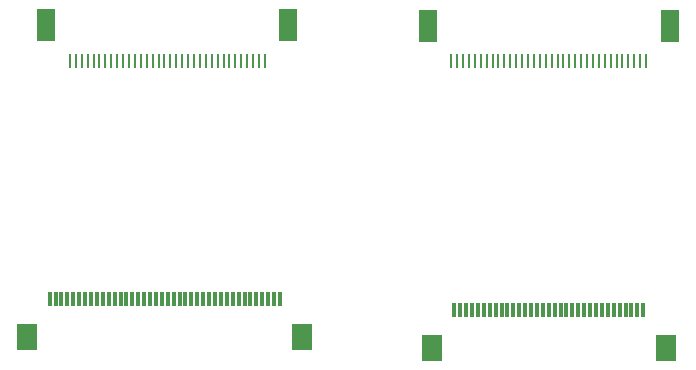
<source format=gbr>
%TF.GenerationSoftware,KiCad,Pcbnew,7.0.8-7.0.8~ubuntu22.04.1*%
%TF.CreationDate,2023-10-22T18:31:10+02:00*%
%TF.ProjectId,extension-cable,65787465-6e73-4696-9f6e-2d6361626c65,rev?*%
%TF.SameCoordinates,Original*%
%TF.FileFunction,Paste,Top*%
%TF.FilePolarity,Positive*%
%FSLAX46Y46*%
G04 Gerber Fmt 4.6, Leading zero omitted, Abs format (unit mm)*
G04 Created by KiCad (PCBNEW 7.0.8-7.0.8~ubuntu22.04.1) date 2023-10-22 18:31:10*
%MOMM*%
%LPD*%
G01*
G04 APERTURE LIST*
%ADD10R,0.300000X1.300000*%
%ADD11R,1.800000X2.200000*%
%ADD12R,1.600000X2.800000*%
%ADD13R,0.250000X1.300000*%
G04 APERTURE END LIST*
D10*
X117780000Y-90420000D03*
X118280000Y-90420000D03*
X118780000Y-90420000D03*
X119280000Y-90420000D03*
X119780000Y-90420000D03*
X120280000Y-90420000D03*
X120780000Y-90420000D03*
X121280000Y-90420000D03*
X121780000Y-90420000D03*
X122280000Y-90420000D03*
X122780000Y-90420000D03*
X123280000Y-90420000D03*
X123780000Y-90420000D03*
X124280000Y-90420000D03*
X124780000Y-90420000D03*
X125280000Y-90420000D03*
X125780000Y-90420000D03*
X126280000Y-90420000D03*
X126780000Y-90420000D03*
X127280000Y-90420000D03*
X127780000Y-90420000D03*
X128280000Y-90420000D03*
X128780000Y-90420000D03*
X129280000Y-90420000D03*
X129780000Y-90420000D03*
X130280000Y-90420000D03*
X130780000Y-90420000D03*
X131280000Y-90420000D03*
X131780000Y-90420000D03*
X132280000Y-90420000D03*
X132780000Y-90420000D03*
X133280000Y-90420000D03*
X133780000Y-90420000D03*
D11*
X115880000Y-93670000D03*
X135680000Y-93670000D03*
D12*
X103740000Y-66320000D03*
X83240000Y-66320000D03*
D13*
X101740000Y-69320000D03*
X101240000Y-69320000D03*
X100740000Y-69320000D03*
X100240000Y-69320000D03*
X99740000Y-69320000D03*
X99240000Y-69320000D03*
X98740000Y-69320000D03*
X98240000Y-69320000D03*
X97740000Y-69320000D03*
X97240000Y-69320000D03*
X96740000Y-69320000D03*
X96240000Y-69320000D03*
X95740000Y-69320000D03*
X95240000Y-69320000D03*
X94740000Y-69320000D03*
X94240000Y-69320000D03*
X93740000Y-69320000D03*
X93240000Y-69320000D03*
X92740000Y-69320000D03*
X92240000Y-69320000D03*
X91740000Y-69320000D03*
X91240000Y-69320000D03*
X90740000Y-69320000D03*
X90240000Y-69320000D03*
X89740000Y-69320000D03*
X89240000Y-69320000D03*
X88740000Y-69320000D03*
X88240000Y-69320000D03*
X87740000Y-69320000D03*
X87240000Y-69320000D03*
X86740000Y-69320000D03*
X86240000Y-69320000D03*
X85740000Y-69320000D03*
X85240000Y-69320000D03*
D10*
X83520000Y-89485000D03*
X84020000Y-89485000D03*
X84520000Y-89485000D03*
X85020000Y-89485000D03*
X85520000Y-89485000D03*
X86020000Y-89485000D03*
X86520000Y-89485000D03*
X87020000Y-89485000D03*
X87520000Y-89485000D03*
X88020000Y-89485000D03*
X88520000Y-89485000D03*
X89020000Y-89485000D03*
X89520000Y-89485000D03*
X90020000Y-89485000D03*
X90520000Y-89485000D03*
X91020000Y-89485000D03*
X91520000Y-89485000D03*
X92020000Y-89485000D03*
X92520000Y-89485000D03*
X93020000Y-89485000D03*
X93520000Y-89485000D03*
X94020000Y-89485000D03*
X94520000Y-89485000D03*
X95020000Y-89485000D03*
X95520000Y-89485000D03*
X96020000Y-89485000D03*
X96520000Y-89485000D03*
X97020000Y-89485000D03*
X97520000Y-89485000D03*
X98020000Y-89485000D03*
X98520000Y-89485000D03*
X99020000Y-89485000D03*
X99520000Y-89485000D03*
X100020000Y-89485000D03*
X100520000Y-89485000D03*
X101020000Y-89485000D03*
X101520000Y-89485000D03*
X102020000Y-89485000D03*
X102520000Y-89485000D03*
X103020000Y-89485000D03*
D11*
X81620000Y-92735000D03*
X104920000Y-92735000D03*
D12*
X136020000Y-66350000D03*
X115520000Y-66350000D03*
D13*
X134020000Y-69350000D03*
X133520000Y-69350000D03*
X133020000Y-69350000D03*
X132520000Y-69350000D03*
X132020000Y-69350000D03*
X131520000Y-69350000D03*
X131020000Y-69350000D03*
X130520000Y-69350000D03*
X130020000Y-69350000D03*
X129520000Y-69350000D03*
X129020000Y-69350000D03*
X128520000Y-69350000D03*
X128020000Y-69350000D03*
X127520000Y-69350000D03*
X127020000Y-69350000D03*
X126520000Y-69350000D03*
X126020000Y-69350000D03*
X125520000Y-69350000D03*
X125020000Y-69350000D03*
X124520000Y-69350000D03*
X124020000Y-69350000D03*
X123520000Y-69350000D03*
X123020000Y-69350000D03*
X122520000Y-69350000D03*
X122020000Y-69350000D03*
X121520000Y-69350000D03*
X121020000Y-69350000D03*
X120520000Y-69350000D03*
X120020000Y-69350000D03*
X119520000Y-69350000D03*
X119020000Y-69350000D03*
X118520000Y-69350000D03*
X118020000Y-69350000D03*
X117520000Y-69350000D03*
M02*

</source>
